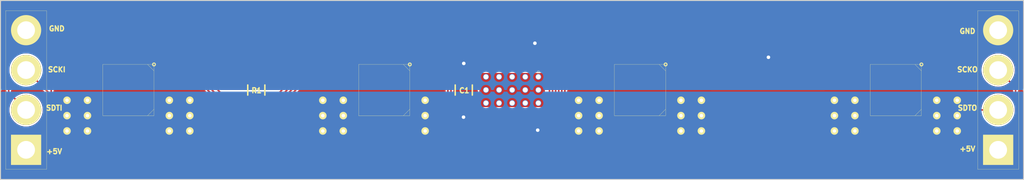
<source format=kicad_pcb>
(kicad_pcb (version 20221018) (generator pcbnew)
  (layers (0 "F.Cu" signal) (31 "B.Cu" signal) (34 "B.Paste" user) (35 "F.Paste" user) (36 "B.SilkS" user "B.Silkscreen") (37 "F.SilkS" user "F.Silkscreen") (38 "B.Mask" user) (39 "F.Mask" user) (44 "Edge.Cuts" user))
  (net 0 "")
  (net 1 "GND")
  (net 2 "+5V")
  (net 3 "G0")
  (net 4 "R0")
  (net 5 "B0")
  (net 6 "G1")
  (net 7 "R1")
  (net 8 "B1")
  (net 9 "G2")
  (net 10 "R2")
  (net 11 "B2")
  (net 12 "G3")
  (net 13 "R3")
  (net 14 "B3")
  (net 15 "Net-(R1-Pad1)")
  (net 16 "SDTI")
  (net 17 "SCKO")
  (net 18 "SDTO")
  (net 19 "SCKI")
  (footprint "Capacitors_SMD:C_0805_HandSoldering" (layer "F.Cu") (at 122.1994 92.71 -90)
    (fp_text reference "C1" (at 0.0508 -0.0508) (layer "F.SilkS") (effects (font (size 0.5 0.5) (thickness 0.125))))
    (fp_text value "C" hide)
    (fp_line (start -0.5 0.85) (end 0.5 0.85) (stroke (width 0.15)) (layer "F.SilkS"))
    (fp_line (start 0.5 -0.85) (end -0.5 -0.85) (stroke (width 0.15)) (layer "F.SilkS"))
    (pad "1" smd rect (at -1.25 0 270) (size 1.5 1.25) (layers "F.Cu" "F.Paste" "F.Mask") (net 1 "GND"))
    (pad "2" smd rect (at 1.25 0 270) (size 1.5 1.25) (layers "F.Cu" "F.Paste" "F.Mask") (net 2 "+5V"))
  )
  (footprint "Capacitors_SMD:C_0805_HandSoldering" (layer "F.Cu") (at 101.6 92.71 90)
    (fp_text reference "R1" (at -0.0508 0.0254 180) (layer "F.SilkS") (effects (font (size 0.5 0.5) (thickness 0.125))))
    (fp_text value "Resistor" hide)
    (fp_line (start -0.5 0.85) (end 0.5 0.85) (stroke (width 0.15)) (layer "F.SilkS"))
    (fp_line (start 0.5 -0.85) (end -0.5 -0.85) (stroke (width 0.15)) (layer "F.SilkS"))
    (pad "1" smd rect (at -1.25 0 90) (size 1.5 1.25) (layers "F.Cu" "F.Paste" "F.Mask") (net 15 "Net-(R1-Pad1)"))
    (pad "2" smd rect (at 1.25 0 90) (size 1.5 1.25) (layers "F.Cu" "F.Paste" "F.Mask") (net 1 "GND"))
  )
  (footprint "TLC59711" (layer "F.Cu") (at 127 92.71 -90)
    (fp_text reference "U1" hide)
    (fp_text value "TLC5971" hide)
    (fp_circle (center -1.7526 -2.6162) (end -1.6002 -2.6162) (stroke (width 0.02)) (fill none) (layer "F.SilkS"))
    (pad "" thru_hole circle (at -1.3081 -2.6035 270) (size 0.6 0.6) (drill 0.5) (layers "*.Cu"))
    (pad "" thru_hole circle (at -1.3081 -1.3035 270) (size 0.6 0.6) (drill 0.5) (layers "*.Cu"))
    (pad "" thru_hole circle (at -1.3081 -0.0035 270) (size 0.6 0.6) (drill 0.5) (layers "*.Cu"))
    (pad "" thru_hole circle (at -1.3081 1.2965 270) (size 0.6 0.6) (drill 0.5) (layers "*.Cu"))
    (pad "" thru_hole circle (at -1.3081 2.5965 270) (size 0.6 0.6) (drill 0.5) (layers "*.Cu"))
    (pad "" thru_hole circle (at -0.0081 -2.6035 270) (size 0.6 0.6) (drill 0.5) (layers "*.Cu"))
    (pad "" thru_hole circle (at -0.0081 -1.3035 270) (size 0.6 0.6) (drill 0.5) (layers "*.Cu"))
    (pad "" thru_hole circle (at -0.0081 -0.0035 270) (size 0.6 0.6) (drill 0.5) (layers "*.Cu"))
    (pad "" thru_hole circle (at -0.0081 1.2965 270) (size 0.6 0.6) (drill 0.5) (layers "*.Cu"))
    (pad "" thru_hole circle (at -0.0081 2.5965 270) (size 0.6 0.6) (drill 0.5) (layers "*.Cu"))
    (pad "" smd rect (at 0 0) (size 6.5 3.4) (layers "F.Cu" "F.Paste"))
    (pad "" thru_hole circle (at 1.2919 -2.6035 270) (size 0.6 0.6) (drill 0.5) (layers "*.Cu"))
    (pad "" thru_hole circle (at 1.2919 -1.3035 270) (size 0.6 0.6) (drill 0.5) (layers "*.Cu"))
    (pad "" thru_hole circle (at 1.2919 -0.0035 270) (size 0.6 0.6) (drill 0.5) (layers "*.Cu"))
    (pad "" thru_hole circle (at 1.2919 1.2965 270) (size 0.6 0.6) (drill 0.5) (layers "*.Cu"))
    (pad "" thru_hole circle (at 1.2919 2.5965 270) (size 0.6 0.6) (drill 0.5) (layers "*.Cu"))
    (pad "1" smd rect (at -2.8 -2.925 270) (size 1.6 0.3) (layers "F.Cu" "F.Paste" "F.Mask") (net 15 "Net-(R1-Pad1)"))
    (pad "2" smd rect (at -2.8 -2.275 270) (size 1.6 0.3) (layers "F.Cu" "F.Paste" "F.Mask") (net 1 "GND"))
    (pad "3" smd rect (at -2.8 -1.625 270) (size 1.6 0.3) (layers "F.Cu" "F.Paste" "F.Mask") (net 4 "R0"))
    (pad "4" smd rect (at -2.8 -0.975 270) (size 1.6 0.3) (layers "F.Cu" "F.Paste" "F.Mask") (net 3 "G0"))
    (pad "5" smd rect (at -2.8 -0.325 270) (size 1.6 0.3) (layers "F.Cu" "F.Paste" "F.Mask") (net 5 "B0"))
    (pad "6" smd rect (at -2.8 0.325 270) (size 1.6 0.3) (layers "F.Cu" "F.Paste" "F.Mask") (net 7 "R1"))
    (pad "7" smd rect (at -2.8 0.975 270) (size 1.6 0.3) (layers "F.Cu" "F.Paste" "F.Mask") (net 6 "G1"))
    (pad "8" smd rect (at -2.8 1.625 270) (size 1.6 0.3) (layers "F.Cu" "F.Paste" "F.Mask") (net 8 "B1"))
    (pad "9" smd rect (at -2.8 2.275 270) (size 1.6 0.3) (layers "F.Cu" "F.Paste" "F.Mask") (net 16 "SDTI"))
    (pad "10" smd rect (at -2.8 2.925 270) (size 1.6 0.3) (layers "F.Cu" "F.Paste" "F.Mask") (net 19 "SCKI"))
    (pad "11" smd rect (at 2.8 2.925 270) (size 1.6 0.3) (layers "F.Cu" "F.Paste" "F.Mask") (net 17 "SCKO"))
    (pad "12" smd rect (at 2.8 2.275 270) (size 1.6 0.3) (layers "F.Cu" "F.Paste" "F.Mask") (net 18 "SDTO"))
    (pad "13" smd rect (at 2.8 1.625 270) (size 1.6 0.3) (layers "F.Cu" "F.Paste" "F.Mask") (net 10 "R2"))
    (pad "14" smd rect (at 2.8 0.975 270) (size 1.6 0.3) (layers "F.Cu" "F.Paste" "F.Mask") (net 9 "G2"))
    (pad "15" smd rect (at 2.8 0.325 270) (size 1.6 0.3) (layers "F.Cu" "F.Paste" "F.Mask") (net 11 "B2"))
    (pad "16" smd rect (at 2.8 -0.325 270) (size 1.6 0.3) (layers "F.Cu" "F.Paste" "F.Mask") (net 13 "R3"))
    (pad "17" smd rect (at 2.8 -0.975 270) (size 1.6 0.3) (layers "F.Cu" "F.Paste" "F.Mask") (net 12 "G3"))
    (pad "18" smd rect (at 2.8 -1.625 270) (size 1.6 0.3) (layers "F.Cu" "F.Paste" "F.Mask") (net 14 "B3"))
    (pad "19" smd rect (at 2.8 -2.275 270) (size 1.6 0.3) (layers "F.Cu" "F.Paste" "F.Mask") (net 2 "+5V"))
    (pad "20" smd rect (at 2.8 -2.925 270) (size 1.6 0.3) (layers "F.Cu" "F.Paste" "F.Mask") (net 2 "+5V"))
  )
  (footprint "Zetaohm:AAAF5051-04" (layer "F.Cu") (at 88.9 92.71 90)
    (fp_text reference "D1" hide)
    (fp_text value "AAAF5051-04" hide)
    (fp_line (start -2.54 -2.54) (end 2.54 -2.54) (stroke (width 0.02)) (layer "F.SilkS"))
    (fp_line (start -2.54 2.54) (end -2.54 -2.54) (stroke (width 0.02)) (layer "F.SilkS"))
    (fp_line (start -2.54 2.54) (end 2.54 2.54) (stroke (width 0.02)) (layer "F.SilkS"))
    (fp_line (start -1.905 2.54) (end -2.54 1.905) (stroke (width 0.02)) (layer "F.SilkS"))
    (fp_line (start 1.905 2.54) (end 2.54 1.905) (stroke (width 0.02)) (layer "F.SilkS"))
    (fp_line (start 2.54 2.54) (end 2.54 -2.54) (stroke (width 0.02)) (layer "F.SilkS"))
    (fp_circle (center 2.54 2.54) (end 2.6416 2.6416) (stroke (width 0.1)) (fill none) (layer "F.SilkS"))
    (pad "1" smd rect (at 3.1012 1.5998 90) (size 2.2 1) (layers "F.Cu" "F.Paste" "F.Mask") (net 5 "B0"))
    (pad "2" smd rect (at 3.1012 -0.0002 90) (size 2.2 1) (layers "F.Cu" "F.Paste" "F.Mask") (net 4 "R0"))
    (pad "3" smd rect (at 3.1012 -1.6002 90) (size 2.2 1) (layers "F.Cu" "F.Paste" "F.Mask") (net 3 "G0"))
    (pad "4" smd rect (at -3.0988 -1.6002 90) (size 2.2 1) (layers "F.Cu" "F.Paste" "F.Mask") (net 2 "+5V"))
    (pad "4" smd rect (at -3.0988 -0.0002 90) (size 2.2 1) (layers "F.Cu" "F.Paste" "F.Mask") (net 2 "+5V"))
    (pad "4" smd rect (at -3.0988 1.5998 90) (size 2.2 1) (layers "F.Cu" "F.Paste" "F.Mask") (net 2 "+5V"))
    (pad "4" smd rect (at 0 -5.08 180) (size 4 10) (layers "F.Cu" "F.Paste") (net 2 "+5V") (clearance 0.508) (thermal_bridge_width 100))
    (pad "4" smd rect (at 0 0 90) (size 3 6.2) (layers "F.Cu" "F.Paste") (net 2 "+5V"))
    (pad "4" smd rect (at 0 5.08 180) (size 4 10) (layers "F.Cu" "F.Paste") (net 2 "+5V"))
  )
  (footprint "Zetaohm:AAAF5051-04" (layer "F.Cu") (at 114.3 92.71 90)
    (fp_text reference "D2" hide)
    (fp_text value "AAAF5051-04" hide)
    (fp_line (start -2.54 -2.54) (end 2.54 -2.54) (stroke (width 0.02)) (layer "F.SilkS"))
    (fp_line (start -2.54 2.54) (end -2.54 -2.54) (stroke (width 0.02)) (layer "F.SilkS"))
    (fp_line (start -2.54 2.54) (end 2.54 2.54) (stroke (width 0.02)) (layer "F.SilkS"))
    (fp_line (start -1.905 2.54) (end -2.54 1.905) (stroke (width 0.02)) (layer "F.SilkS"))
    (fp_line (start 1.905 2.54) (end 2.54 1.905) (stroke (width 0.02)) (layer "F.SilkS"))
    (fp_line (start 2.54 2.54) (end 2.54 -2.54) (stroke (width 0.02)) (layer "F.SilkS"))
    (fp_circle (center 2.54 2.54) (end 2.6416 2.6416) (stroke (width 0.1)) (fill none) (layer "F.SilkS"))
    (pad "1" smd rect (at 3.1012 1.5998 90) (size 2.2 1) (layers "F.Cu" "F.Paste" "F.Mask") (net 8 "B1"))
    (pad "2" smd rect (at 3.1012 -0.0002 90) (size 2.2 1) (layers "F.Cu" "F.Paste" "F.Mask") (net 7 "R1"))
    (pad "3" smd rect (at 3.1012 -1.6002 90) (size 2.2 1) (layers "F.Cu" "F.Paste" "F.Mask") (net 6 "G1"))
    (pad "4" smd rect (at -3.0988 -1.6002 90) (size 2.2 1) (layers "F.Cu" "F.Paste" "F.Mask") (net 2 "+5V"))
    (pad "4" smd rect (at -3.0988 -0.0002 90) (size 2.2 1) (layers "F.Cu" "F.Paste" "F.Mask") (net 2 "+5V"))
    (pad "4" smd rect (at -3.0988 1.5998 90) (size 2.2 1) (layers "F.Cu" "F.Paste" "F.Mask") (net 2 "+5V"))
    (pad "4" smd rect (at 0 -5.08 180) (size 4 10) (layers "F.Cu" "F.Paste") (net 2 "+5V") (clearance 0.508) (thermal_bridge_width 100))
    (pad "4" smd rect (at 0 0 90) (size 3 6.2) (layers "F.Cu" "F.Paste") (net 2 "+5V"))
    (pad "4" smd rect (at 0 4.58 180) (size 3 10) (layers "F.Cu" "F.Paste") (net 2 "+5V"))
  )
  (footprint "Zetaohm:AAAF5051-04" (layer "F.Cu") (at 139.7 92.71 90)
    (fp_text reference "D3" hide)
    (fp_text value "AAAF5051-04" hide)
    (fp_line (start -2.54 -2.54) (end 2.54 -2.54) (stroke (width 0.02)) (layer "F.SilkS"))
    (fp_line (start -2.54 2.54) (end -2.54 -2.54) (stroke (width 0.02)) (layer "F.SilkS"))
    (fp_line (start -2.54 2.54) (end 2.54 2.54) (stroke (width 0.02)) (layer "F.SilkS"))
    (fp_line (start -1.905 2.54) (end -2.54 1.905) (stroke (width 0.02)) (layer "F.SilkS"))
    (fp_line (start 1.905 2.54) (end 2.54 1.905) (stroke (width 0.02)) (layer "F.SilkS"))
    (fp_line (start 2.54 2.54) (end 2.54 -2.54) (stroke (width 0.02)) (layer "F.SilkS"))
    (fp_circle (center 2.54 2.54) (end 2.6416 2.6416) (stroke (width 0.1)) (fill none) (layer "F.SilkS"))
    (pad "1" smd rect (at 3.1012 1.5998 90) (size 2.2 1) (layers "F.Cu" "F.Paste" "F.Mask") (net 11 "B2"))
    (pad "2" smd rect (at 3.1012 -0.0002 90) (size 2.2 1) (layers "F.Cu" "F.Paste" "F.Mask") (net 10 "R2"))
    (pad "3" smd rect (at 3.1012 -1.6002 90) (size 2.2 1) (layers "F.Cu" "F.Paste" "F.Mask") (net 9 "G2"))
    (pad "4" smd rect (at -3.0988 -1.6002 90) (size 2.2 1) (layers "F.Cu" "F.Paste" "F.Mask") (net 2 "+5V"))
    (pad "4" smd rect (at -3.0988 -0.0002 90) (size 2.2 1) (layers "F.Cu" "F.Paste" "F.Mask") (net 2 "+5V"))
    (pad "4" smd rect (at -3.0988 1.5998 90) (size 2.2 1) (layers "F.Cu" "F.Paste" "F.Mask") (net 2 "+5V"))
    (pad "4" smd rect (at 0 -5.08 180) (size 4 10) (layers "F.Cu" "F.Paste") (net 2 "+5V") (clearance 0.508) (thermal_bridge_width 100))
    (pad "4" smd rect (at 0 0 90) (size 3 6.2) (layers "F.Cu" "F.Paste") (net 2 "+5V"))
    (pad "4" smd rect (at 0 5.08 180) (size 4 10) (layers "F.Cu" "F.Paste") (net 2 "+5V"))
  )
  (footprint "Zetaohm:AAAF5051-04" (layer "F.Cu") (at 165.1 92.71 90)
    (fp_text reference "D4" hide)
    (fp_text value "AAAF5051-04" hide)
    (fp_line (start -2.54 -2.54) (end 2.54 -2.54) (stroke (width 0.02)) (layer "F.SilkS"))
    (fp_line (start -2.54 2.54) (end -2.54 -2.54) (stroke (width 0.02)) (layer "F.SilkS"))
    (fp_line (start -2.54 2.54) (end 2.54 2.54) (stroke (width 0.02)) (layer "F.SilkS"))
    (fp_line (start -1.905 2.54) (end -2.54 1.905) (stroke (width 0.02)) (layer "F.SilkS"))
    (fp_line (start 1.905 2.54) (end 2.54 1.905) (stroke (width 0.02)) (layer "F.SilkS"))
    (fp_line (start 2.54 2.54) (end 2.54 -2.54) (stroke (width 0.02)) (layer "F.SilkS"))
    (fp_circle (center 2.54 2.54) (end 2.6416 2.6416) (stroke (width 0.1)) (fill none) (layer "F.SilkS"))
    (pad "1" smd rect (at 3.1012 1.5998 90) (size 2.2 1) (layers "F.Cu" "F.Paste" "F.Mask") (net 14 "B3"))
    (pad "2" smd rect (at 3.1012 -0.0002 90) (size 2.2 1) (layers "F.Cu" "F.Paste" "F.Mask") (net 13 "R3"))
    (pad "3" smd rect (at 3.1012 -1.6002 90) (size 2.2 1) (layers "F.Cu" "F.Paste" "F.Mask") (net 12 "G3"))
    (pad "4" smd rect (at -3.0988 -1.6002 90) (size 2.2 1) (layers "F.Cu" "F.Paste" "F.Mask") (net 2 "+5V"))
    (pad "4" smd rect (at -3.0988 -0.0002 90) (size 2.2 1) (layers "F.Cu" "F.Paste" "F.Mask") (net 2 "+5V"))
    (pad "4" smd rect (at -3.0988 1.5998 90) (size 2.2 1) (layers "F.Cu" "F.Paste" "F.Mask") (net 2 "+5V"))
    (pad "4" smd rect (at 0 -5.08 180) (size 4 10) (layers "F.Cu" "F.Paste") (net 2 "+5V") (clearance 0.508) (thermal_bridge_width 100))
    (pad "4" smd rect (at 0 0 90) (size 3 6.2) (layers "F.Cu" "F.Paste") (net 2 "+5V"))
    (pad "4" smd rect (at 0 5.08 180) (size 4 10) (layers "F.Cu" "F.Paste") (net 2 "+5V"))
  )
  (footprint "Zetaohm:KK396-4Pin" (layer "F.Cu") (at 78.74 92.71)
    (fp_text reference "P1" hide)
    (fp_text value "IN" hide)
    (fp_line (start -2.032 -7.874) (end 2.032 -7.874) (stroke (width 0.02)) (layer "F.SilkS"))
    (fp_line (start -2.032 7.874) (end -2.032 -7.874) (stroke (width 0.02)) (layer "F.SilkS"))
    (fp_line (start 2.032 -7.874) (end 2.032 7.874) (stroke (width 0.02)) (layer "F.SilkS"))
    (fp_line (start 2.032 7.874) (end -2.032 7.874) (stroke (width 0.02)) (layer "F.SilkS"))
    (pad "1" thru_hole circle (at 0 -5.9436) (size 3 3) (drill 1.762) (layers "*.Cu" "*.Mask" "F.SilkS") (net 1 "GND"))
    (pad "2" thru_hole circle (at 0 -1.9836) (size 3 3) (drill 1.762) (layers "*.Cu" "*.Mask" "F.SilkS") (net 19 "SCKI"))
    (pad "3" thru_hole circle (at 0 1.9764) (size 3 3) (drill 1.762) (layers "*.Cu" "*.Mask" "F.SilkS") (net 16 "SDTI"))
    (pad "4" thru_hole rect (at 0 5.9364) (size 3 3) (drill 1.762) (layers "*.Cu" "*.Mask" "F.SilkS") (net 2 "+5V"))
  )
  (footprint "Zetaohm:KK396-4Pin" (layer "F.Cu") (at 175.26 92.71)
    (fp_text reference "P2" hide)
    (fp_text value "OUT" hide)
    (fp_line (start -2.032 -7.874) (end 2.032 -7.874) (stroke (width 0.02)) (layer "F.SilkS"))
    (fp_line (start -2.032 7.874) (end -2.032 -7.874) (stroke (width 0.02)) (layer "F.SilkS"))
    (fp_line (start 2.032 -7.874) (end 2.032 7.874) (stroke (width 0.02)) (layer "F.SilkS"))
    (fp_line (start 2.032 7.874) (end -2.032 7.874) (stroke (width 0.02)) (layer "F.SilkS"))
    (pad "1" thru_hole circle (at 0 -5.9436) (size 3 3) (drill 1.762) (layers "*.Cu" "*.Mask" "F.SilkS") (net 1 "GND"))
    (pad "2" thru_hole circle (at 0 -1.9836) (size 3 3) (drill 1.762) (layers "*.Cu" "*.Mask" "F.SilkS") (net 17 "SCKO"))
    (pad "3" thru_hole circle (at 0 1.9764) (size 3 3) (drill 1.762) (layers "*.Cu" "*.Mask" "F.SilkS") (net 18 "SDTO"))
    (pad "4" thru_hole rect (at 0 5.9364) (size 3 3) (drill 1.762) (layers "*.Cu" "*.Mask" "F.SilkS") (net 2 "+5V"))
  )
  (footprint "Zetaohm:Via" (layer "F.Cu") (at 82.804 93.726)
    (fp_text reference "REF**" hide)
    (fp_text value "Via" hide)
    (pad "" thru_hole circle (at 0 0) (size 0.75 0.75) (drill 0.35) (layers "*.Cu" "*.Mask" "F.SilkS") (net 2 "+5V"))
  )
  (footprint "Zetaohm:Via" (layer "F.Cu") (at 84.836 93.726)
    (fp_text reference "REF**" hide)
    (fp_text value "Via" hide)
    (pad "" thru_hole circle (at 0 0) (size 0.75 0.75) (drill 0.35) (layers "*.Cu" "*.Mask" "F.SilkS") (net 2 "+5V"))
  )
  (footprint "Zetaohm:Via" (layer "F.Cu") (at 84.836 95.25)
    (fp_text reference "REF**" hide)
    (fp_text value "Via" hide)
    (pad "" thru_hole circle (at 0 0) (size 0.75 0.75) (drill 0.35) (layers "*.Cu" "*.Mask" "F.SilkS") (net 2 "+5V"))
  )
  (footprint "Zetaohm:Via" (layer "F.Cu") (at 82.804 95.25)
    (fp_text reference "REF**" hide)
    (fp_text value "Via" hide)
    (pad "" thru_hole circle (at 0 0) (size 0.75 0.75) (drill 0.35) (layers "*.Cu" "*.Mask" "F.SilkS") (net 2 "+5V"))
  )
  (footprint "Zetaohm:Via" (layer "F.Cu") (at 82.804 96.774)
    (fp_text reference "REF**" hide)
    (fp_text value "Via" hide)
    (pad "" thru_hole circle (at 0 0) (size 0.75 0.75) (drill 0.35) (layers "*.Cu" "*.Mask" "F.SilkS") (net 2 "+5V"))
  )
  (footprint "Zetaohm:Via" (layer "F.Cu") (at 84.836 96.774)
    (fp_text reference "REF**" hide)
    (fp_text value "Via" hide)
    (pad "" thru_hole circle (at 0 0) (size 0.75 0.75) (drill 0.35) (layers "*.Cu" "*.Mask" "F.SilkS") (net 2 "+5V"))
  )
  (footprint "Zetaohm:Via" (layer "F.Cu") (at 92.964 96.774)
    (fp_text reference "REF**" hide)
    (fp_text value "Via" hide)
    (pad "" thru_hole circle (at 0 0) (size 0.75 0.75) (drill 0.35) (layers "*.Cu" "*.Mask" "F.SilkS") (net 2 "+5V"))
  )
  (footprint "Zetaohm:Via" (layer "F.Cu") (at 92.964 93.726)
    (fp_text reference "REF**" hide)
    (fp_text value "Via" hide)
    (pad "" thru_hole circle (at 0 0) (size 0.75 0.75) (drill 0.35) (layers "*.Cu" "*.Mask" "F.SilkS") (net 2 "+5V"))
  )
  (footprint "Zetaohm:Via" (layer "F.Cu") (at 94.996 93.726)
    (fp_text reference "REF**" hide)
    (fp_text value "Via" hide)
    (pad "" thru_hole circle (at 0 0) (size 0.75 0.75) (drill 0.35) (layers "*.Cu" "*.Mask" "F.SilkS") (net 2 "+5V"))
  )
  (footprint "Zetaohm:Via" (layer "F.Cu") (at 94.996 95.25)
    (fp_text reference "REF**" hide)
    (fp_text value "Via" hide)
    (pad "" thru_hole circle (at 0 0) (size 0.75 0.75) (drill 0.35) (layers "*.Cu" "*.Mask" "F.SilkS") (net 2 "+5V"))
  )
  (footprint "Zetaohm:Via" (layer "F.Cu") (at 92.964 95.25)
    (fp_text reference "REF**" hide)
    (fp_text value "Via" hide)
    (pad "" thru_hole circle (at 0 0) (size 0.75 0.75) (drill 0.35) (layers "*.Cu" "*.Mask" "F.SilkS") (net 2 "+5V"))
  )
  (footprint "Zetaohm:Via" (layer "F.Cu") (at 94.996 96.774)
    (fp_text reference "REF**" hide)
    (fp_text value "Via" hide)
    (pad "" thru_hole circle (at 0 0) (size 0.75 0.75) (drill 0.35) (layers "*.Cu" "*.Mask" "F.SilkS") (net 2 "+5V"))
  )
  (footprint "Zetaohm:Via" (layer "F.Cu") (at 110.236 93.726)
    (fp_text reference "REF**" hide)
    (fp_text value "Via" hide)
    (pad "" thru_hole circle (at 0 0) (size 0.75 0.75) (drill 0.35) (layers "*.Cu" "*.Mask" "F.SilkS") (net 2 "+5V"))
  )
  (footprint "Zetaohm:Via" (layer "F.Cu") (at 110.236 95.25)
    (fp_text reference "REF**" hide)
    (fp_text value "Via" hide)
    (pad "" thru_hole circle (at 0 0) (size 0.75 0.75) (drill 0.35) (layers "*.Cu" "*.Mask" "F.SilkS") (net 2 "+5V"))
  )
  (footprint "Zetaohm:Via" (layer "F.Cu") (at 108.204 95.25)
    (fp_text reference "REF**" hide)
    (fp_text value "Via" hide)
    (pad "" thru_hole circle (at 0 0) (size 0.75 0.75) (drill 0.35) (layers "*.Cu" "*.Mask" "F.SilkS") (net 2 "+5V"))
  )
  (footprint "Zetaohm:Via" (layer "F.Cu") (at 108.204 93.726)
    (fp_text reference "REF**" hide)
    (fp_text value "Via" hide)
    (pad "" thru_hole circle (at 0 0) (size 0.75 0.75) (drill 0.35) (layers "*.Cu" "*.Mask" "F.SilkS") (net 2 "+5V"))
  )
  (footprint "Zetaohm:Via" (layer "F.Cu") (at 108.204 96.774)
    (fp_text reference "REF**" hide)
    (fp_text value "Via" hide)
    (pad "" thru_hole circle (at 0 0) (size 0.75 0.75) (drill 0.35) (layers "*.Cu" "*.Mask" "F.SilkS") (net 2 "+5V"))
  )
  (footprint "Zetaohm:Via" (layer "F.Cu") (at 110.236 96.774)
    (fp_text reference "REF**" hide)
    (fp_text value "Via" hide)
    (pad "" thru_hole circle (at 0 0) (size 0.75 0.75) (drill 0.35) (layers "*.Cu" "*.Mask" "F.SilkS") (net 2 "+5V"))
  )
  (footprint "Zetaohm:Via" (layer "F.Cu") (at 118.364 95.25)
    (fp_text reference "REF**" hide)
    (fp_text value "Via" hide)
    (pad "" thru_hole circle (at 0 0) (size 0.75 0.75) (drill 0.35) (layers "*.Cu" "*.Mask" "F.SilkS") (net 2 "+5V"))
  )
  (footprint "Zetaohm:Via" (layer "F.Cu") (at 118.364 93.726)
    (fp_text reference "REF**" hide)
    (fp_text value "Via" hide)
    (pad "" thru_hole circle (at 0 0) (size 0.75 0.75) (drill 0.35) (layers "*.Cu" "*.Mask" "F.SilkS") (net 2 "+5V"))
  )
  (footprint "Zetaohm:Via" (layer "F.Cu") (at 118.364 96.774)
    (fp_text reference "REF**" hide)
    (fp_text value "Via" hide)
    (pad "" thru_hole circle (at 0 0) (size 0.75 0.75) (drill 0.35) (layers "*.Cu" "*.Mask" "F.SilkS") (net 2 "+5V"))
  )
  (footprint "Zetaohm:Via" (layer "F.Cu") (at 135.636 93.726)
    (fp_text reference "REF**" hide)
    (fp_text value "Via" hide)
    (pad "" thru_hole circle (at 0 0) (size 0.75 0.75) (drill 0.35) (layers "*.Cu" "*.Mask" "F.SilkS") (net 2 "+5V"))
  )
  (footprint "Zetaohm:Via" (layer "F.Cu") (at 135.636 95.25)
    (fp_text reference "REF**" hide)
    (fp_text value "Via" hide)
    (pad "" thru_hole circle (at 0 0) (size 0.75 0.75) (drill 0.35) (layers "*.Cu" "*.Mask" "F.SilkS") (net 2 "+5V"))
  )
  (footprint "Zetaohm:Via" (layer "F.Cu") (at 133.604 95.25)
    (fp_text reference "REF**" hide)
    (fp_text value "Via" hide)
    (pad "" thru_hole circle (at 0 0) (size 0.75 0.75) (drill 0.35) (layers "*.Cu" "*.Mask" "F.SilkS") (net 2 "+5V"))
  )
  (footprint "Zetaohm:Via" (layer "F.Cu") (at 133.604 93.726)
    (fp_text reference "REF**" hide)
    (fp_text value "Via" hide)
    (pad "" thru_hole circle (at 0 0) (size 0.75 0.75) (drill 0.35) (layers "*.Cu" "*.Mask" "F.SilkS") (net 2 "+5V"))
  )
  (footprint "Zetaohm:Via" (layer "F.Cu") (at 133.604 96.774)
    (fp_text reference "REF**" hide)
    (fp_text value "Via" hide)
    (pad "" thru_hole circle (at 0 0) (size 0.75 0.75) (drill 0.35) (layers "*.Cu" "*.Mask" "F.SilkS") (net 2 "+5V"))
  )
  (footprint "Zetaohm:Via" (layer "F.Cu") (at 135.636 96.774)
    (fp_text reference "REF**" hide)
    (fp_text value "Via" hide)
    (pad "" thru_hole circle (at 0 0) (size 0.75 0.75) (drill 0.35) (layers "*.Cu" "*.Mask" "F.SilkS") (net 2 "+5V"))
  )
  (footprint "Zetaohm:Via" (layer "F.Cu") (at 145.796 93.726)
    (fp_text reference "REF**" hide)
    (fp_text value "Via" hide)
    (pad "" thru_hole circle (at 0 0) (size 0.75 0.75) (drill 0.35) (layers "*.Cu" "*.Mask" "F.SilkS") (net 2 "+5V"))
  )
  (footprint "Zetaohm:Via" (layer "F.Cu") (at 145.796 95.25)
    (fp_text reference "REF**" hide)
    (fp_text value "Via" hide)
    (pad "" thru_hole circle (at 0 0) (size 0.75 0.75) (drill 0.35) (layers "*.Cu" "*.Mask" "F.SilkS") (net 2 "+5V"))
  )
  (footprint "Zetaohm:Via" (layer "F.Cu") (at 143.764 95.25)
    (fp_text reference "REF**" hide)
    (fp_text value "Via" hide)
    (pad "" thru_hole circle (at 0 0) (size 0.75 0.75) (drill 0.35) (layers "*.Cu" "*.Mask" "F.SilkS") (net 2 "+5V"))
  )
  (footprint "Zetaohm:Via" (layer "F.Cu") (at 143.764 93.726)
    (fp_text reference "REF**" hide)
    (fp_text value "Via" hide)
    (pad "" thru_hole circle (at 0 0) (size 0.75 0.75) (drill 0.35) (layers "*.Cu" "*.Mask" "F.SilkS") (net 2 "+5V"))
  )
  (footprint "Zetaohm:Via" (layer "F.Cu") (at 143.764 96.774)
    (fp_text reference "REF**" hide)
    (fp_text value "Via" hide)
    (pad "" thru_hole circle (at 0 0) (size 0.75 0.75) (drill 0.35) (layers "*.Cu" "*.Mask" "F.SilkS") (net 2 "+5V"))
  )
  (footprint "Zetaohm:Via" (layer "F.Cu") (at 145.796 96.774)
    (fp_text reference "REF**" hide)
    (fp_text value "Via" hide)
    (pad "" thru_hole circle (at 0 0) (size 0.75 0.75) (drill 0.35) (layers "*.Cu" "*.Mask" "F.SilkS") (net 2 "+5V"))
  )
  (footprint "Zetaohm:Via" (layer "F.Cu") (at 161.036 93.726)
    (fp_text reference "REF**" hide)
    (fp_text value "Via" hide)
    (pad "" thru_hole circle (at 0 0) (size 0.75 0.75) (drill 0.35) (layers "*.Cu" "*.Mask" "F.SilkS") (net 2 "+5V"))
  )
  (footprint "Zetaohm:Via" (layer "F.Cu") (at 161.036 95.25)
    (fp_text reference "REF**" hide)
    (fp_text value "Via" hide)
    (pad "" thru_hole circle (at 0 0) (size 0.75 0.75) (drill 0.35) (layers "*.Cu" "*.Mask" "F.SilkS") (net 2 "+5V"))
  )
  (footprint "Zetaohm:Via" (layer "F.Cu") (at 159.004 95.25)
    (fp_text reference "REF**" hide)
    (fp_text value "Via" hide)
    (pad "" thru_hole circle (at 0 0) (size 0.75 0.75) (drill 0.35) (layers "*.Cu" "*.Mask" "F.SilkS") (net 2 "+5V"))
  )
  (footprint "Zetaohm:Via" (layer "F.Cu") (at 159.004 93.726)
    (fp_text reference "REF**" hide)
    (fp_text value "Via" hide)
    (pad "" thru_hole circle (at 0 0) (size 0.75 0.75) (drill 0.35) (layers "*.Cu" "*.Mask" "F.SilkS") (net 2 "+5V"))
  )
  (footprint "Zetaohm:Via" (layer "F.Cu") (at 159.004 96.774)
    (fp_text reference "REF**" hide)
    (fp_text value "Via" hide)
    (pad "" thru_hole circle (at 0 0) (size 0.75 0.75) (drill 0.35) (layers "*.Cu" "*.Mask" "F.SilkS") (net 2 "+5V"))
  )
  (footprint "Zetaohm:Via" (layer "F.Cu") (at 161.036 96.774)
    (fp_text reference "REF**" hide)
    (fp_text value "Via" hide)
    (pad "" thru_hole circle (at 0 0) (size 0.75 0.75) (drill 0.35) (layers "*.Cu" "*.Mask" "F.SilkS") (net 2 "+5V"))
  )
  (footprint "Zetaohm:Via" (layer "F.Cu") (at 171.196 93.726)
    (fp_text reference "REF**" hide)
    (fp_text value "Via" hide)
    (pad "" thru_hole circle (at 0 0) (size 0.75 0.75) (drill 0.35) (layers "*.Cu" "*.Mask" "F.SilkS") (net 2 "+5V"))
  )
  (footprint "Zetaohm:Via" (layer "F.Cu") (at 171.196 95.25)
    (fp_text reference "REF**" hide)
    (fp_text value "Via" hide)
    (pad "" thru_hole circle (at 0 0) (size 0.75 0.75) (drill 0.35) (layers "*.Cu" "*.Mask" "F.SilkS") (net 2 "+5V"))
  )
  (footprint "Zetaohm:Via" (layer "F.Cu") (at 169.164 95.25)
    (fp_text reference "REF**" hide)
    (fp_text value "Via" hide)
    (pad "" thru_hole circle (at 0 0) (size 0.75 0.75) (drill 0.35) (layers "*.Cu" "*.Mask" "F.SilkS") (net 2 "+5V"))
  )
  (footprint "Zetaohm:Via" (layer "F.Cu") (at 169.164 93.726)
    (fp_text reference "REF**" hide)
    (fp_text value "Via" hide)
    (pad "" thru_hole circle (at 0 0) (size 0.75 0.75) (drill 0.35) (layers "*.Cu" "*.Mask" "F.SilkS") (net 2 "+5V"))
  )
  (footprint "Zetaohm:Via" (layer "F.Cu") (at 169.164 96.774)
    (fp_text reference "REF**" hide)
    (fp_text value "Via" hide)
    (pad "" thru_hole circle (at 0 0) (size 0.75 0.75) (drill 0.35) (layers "*.Cu" "*.Mask" "F.SilkS") (net 2 "+5V"))
  )
  (footprint "Zetaohm:Via" (layer "F.Cu") (at 171.196 96.774)
    (fp_text reference "REF**" hide)
    (fp_text value "Via" hide)
    (pad "" thru_hole circle (at 0 0) (size 0.75 0.75) (drill 0.35) (layers "*.Cu" "*.Mask" "F.SilkS") (net 2 "+5V"))
  )
  (gr_line (start 76.2 101.6) (end 177.8 101.6) (stroke (width 0.1)) (layer "Edge.Cuts"))
  (gr_line (start 76.2 83.82) (end 76.2 101.6) (stroke (width 0.1)) (layer "Edge.Cuts"))
  (gr_line (start 177.8 83.82) (end 177.8 101.6) (stroke (width 0.1)) (layer "Edge.Cuts"))
  (gr_line (start 76.2 83.82) (end 177.8 83.82) (stroke (width 0.1)) (layer "Edge.Cuts"))
  (gr_text "SDTI" (at 81.534 94.488) (layer "F.SilkS") (effects (font (size 0.5 0.5) (thickness 0.125))))
  (gr_text "GND" (at 81.788 86.614) (layer "F.SilkS") (effects (font (size 0.5 0.5) (thickness 0.125))))
  (gr_text "+5V" (at 81.534 98.806) (layer "F.SilkS") (effects (font (size 0.5 0.5) (thickness 0.125))))
  (gr_text "GND" (at 172.212 86.868) (layer "F.SilkS") (effects (font (size 0.5 0.5) (thickness 0.125))))
  (gr_text "SCKO" (at 172.212 90.678) (layer "F.SilkS") (effects (font (size 0.5 0.5) (thickness 0.125))))
  (gr_text "SDTO" (at 172.212 94.488) (layer "F.SilkS") (effects (font (size 0.5 0.5) (thickness 0.125))))
  (gr_text "+5V" (at 172.212 98.552) (layer "F.SilkS") (effects (font (size 0.5 0.5) (thickness 0.125))))
  (gr_text "SCKI" (at 81.788 90.678) (layer "F.SilkS") (effects (font (size 0.5 0.5) (thickness 0.125))))
  (segment (start 104.7242 84.7344) (end 173.228 84.7344) (width 0.153) (layer "F.Cu") (net 1))
  (segment (start 173.228 84.7344) (end 175.26 86.7664) (width 0.153) (layer "F.Cu") (net 1))
  (segment (start 103.1748 88.9822) (end 103.1748 86.2838) (width 0.153) (layer "F.Cu") (net 1))
  (segment (start 129.275 88.0762) (end 129.2606 88.0618) (width 0.153) (layer "F.Cu") (net 1))
  (segment (start 122.1994 91.46) (end 122.1994 90.0684) (width 0.153) (layer "F.Cu") (net 1))
  (segment (start 101.6 90.557) (end 103.1748 88.9822) (width 0.153) (layer "F.Cu") (net 1))
  (segment (start 78.74 86.7664) (end 80.239999 85.266401) (width 0.153) (layer "F.Cu") (net 1))
  (segment (start 129.275 89.91) (end 129.275 88.0762) (width 0.153) (layer "F.Cu") (net 1))
  (segment (start 101.6 91.335) (end 101.6 91.46) (width 0.153) (layer "F.Cu") (net 1))
  (segment (start 103.1748 86.2838) (end 104.7242 84.7344) (width 0.153) (layer "F.Cu") (net 1))
  (segment (start 95.531401 85.266401) (end 101.6 91.335) (width 0.153) (layer "F.Cu") (net 1))
  (segment (start 80.239999 85.266401) (end 95.531401 85.266401) (width 0.153) (layer "F.Cu") (net 1))
  (segment (start 101.6 91.46) (end 101.6 90.557) (width 0.153) (layer "F.Cu") (net 1))
  (via (at 129.2606 88.0618) (size 0.5) (drill 0.35) (layers "F.Cu" "B.Cu") (net 1))
  (via (at 122.1994 90.0684) (size 0.5) (drill 0.35) (layers "F.Cu" "B.Cu") (net 1))
  (via (at 152.4508 89.4588) (size 0.5) (drill 0.35) (layers "F.Cu" "B.Cu") (net 1))
  (segment (start 122.449399 89.818401) (end 122.1994 90.0684) (width 0.153) (layer "B.Cu") (net 1))
  (segment (start 175.26 86.7664) (end 155.1432 86.7664) (width 0.153) (layer "B.Cu") (net 1))
  (segment (start 124.206 88.0618) (end 122.449399 89.818401) (width 0.153) (layer "B.Cu") (net 1))
  (segment (start 129.2606 88.0618) (end 124.206 88.0618) (width 0.153) (layer "B.Cu") (net 1))
  (segment (start 151.0538 88.0618) (end 152.4508 89.4588) (width 0.153) (layer "B.Cu") (net 1))
  (segment (start 155.1432 86.7664) (end 152.4508 89.4588) (width 0.153) (layer "B.Cu") (net 1))
  (segment (start 129.2606 88.0618) (end 151.0538 88.0618) (width 0.153) (layer "B.Cu") (net 1))
  (segment (start 129.62159 96.69241) (end 129.54 96.69241) (width 0.153) (layer "F.Cu") (net 2))
  (segment (start 129.275 96.463) (end 129.50441 96.69241) (width 0.153) (layer "F.Cu") (net 2))
  (segment (start 122.1994 95.377) (end 122.174 95.4024) (width 0.153) (layer "F.Cu") (net 2))
  (segment (start 129.925 95.51) (end 129.925 96.389) (width 0.153) (layer "F.Cu") (net 2))
  (segment (start 122.1994 93.96) (end 122.1994 95.377) (width 0.153) (layer "F.Cu") (net 2))
  (segment (start 129.275 95.51) (end 129.275 96.463) (width 0.153) (layer "F.Cu") (net 2))
  (segment (start 129.50441 96.69241) (end 129.54 96.69241) (width 0.153) (layer "F.Cu") (net 2))
  (segment (start 129.925 96.389) (end 129.62159 96.69241) (width 0.153) (layer "F.Cu") (net 2))
  (via (at 122.174 95.4024) (size 0.5) (drill 0.35) (layers "F.Cu" "B.Cu") (net 2))
  (via (at 129.54 96.69241) (size 0.5) (drill 0.35) (layers "F.Cu" "B.Cu") (net 2))
  (segment (start 129.54 96.69241) (end 123.46401 96.69241) (width 0.153) (layer "B.Cu") (net 2))
  (segment (start 123.46401 96.69241) (end 122.174 95.4024) (width 0.153) (layer "B.Cu") (net 2))
  (segment (start 106.27602 87.093217) (end 106.27602 91.514743) (width 0.153) (layer "F.Cu") (net 3))
  (segment (start 102.234753 95.55601) (end 100.052772 95.55601) (width 0.153) (layer "F.Cu") (net 3))
  (segment (start 96.312388 87.17401) (end 89.13459 87.17401) (width 0.153) (layer "F.Cu") (net 3))
  (segment (start 87.2998 89.0088) (end 87.2998 89.6088) (width 0.153) (layer "F.Cu") (net 3))
  (segment (start 106.27602 91.514743) (end 102.234753 95.55601) (width 0.153) (layer "F.Cu") (net 3))
  (segment (start 97.08001 87.941632) (end 96.312388 87.17401) (width 0.153) (layer "F.Cu") (net 3))
  (segment (start 107.159217 86.21002) (end 106.27602 87.093217) (width 0.153) (layer "F.Cu") (net 3))
  (segment (start 127.975 87.335) (end 126.85002 86.21002) (width 0.153) (layer "F.Cu") (net 3))
  (segment (start 89.13459 87.17401) (end 87.2998 89.0088) (width 0.153) (layer "F.Cu") (net 3))
  (segment (start 127.975 89.91) (end 127.975 87.335) (width 0.153) (layer "F.Cu") (net 3))
  (segment (start 97.08001 92.583248) (end 97.08001 87.941632) (width 0.153) (layer "F.Cu") (net 3))
  (segment (start 126.85002 86.21002) (end 107.159217 86.21002) (width 0.153) (layer "F.Cu") (net 3))
  (segment (start 100.052772 95.55601) (end 97.08001 92.583248) (width 0.153) (layer "F.Cu") (net 3))
  (segment (start 105.97001 86.966464) (end 105.97001 91.38799) (width 0.153) (layer "F.Cu") (net 4))
  (segment (start 102.108 95.25) (end 100.33 95.25) (width 0.153) (layer "F.Cu") (net 4))
  (segment (start 88.8998 90.2088) (end 88.8998 89.6088) (width 0.153) (layer "F.Cu") (net 4))
  (segment (start 88.170299 90.938301) (end 88.8998 90.2088) (width 0.153) (layer "F.Cu") (net 4))
  (segment (start 105.97001 91.38799) (end 102.108 95.25) (width 0.153) (layer "F.Cu") (net 4))
  (segment (start 96.439141 86.868) (end 87.884 86.868) (width 0.153) (layer "F.Cu") (net 4))
  (segment (start 86.404501 88.347499) (end 86.404501 90.722501) (width 0.153) (layer "F.Cu") (net 4))
  (segment (start 86.404501 90.722501) (end 86.620301 90.938301) (width 0.153) (layer "F.Cu") (net 4))
  (segment (start 128.625 89.91) (end 128.625 87.223) (width 0.153) (layer "F.Cu") (net 4))
  (segment (start 128.625 87.223) (end 127.30601 85.90401) (width 0.153) (layer "F.Cu") (net 4))
  (segment (start 86.620301 90.938301) (end 88.170299 90.938301) (width 0.153) (layer "F.Cu") (net 4))
  (segment (start 107.032464 85.90401) (end 105.97001 86.966464) (width 0.153) (layer "F.Cu") (net 4))
  (segment (start 97.38602 87.814879) (end 96.439141 86.868) (width 0.153) (layer "F.Cu") (net 4))
  (segment (start 127.30601 85.90401) (end 107.032464 85.90401) (width 0.153) (layer "F.Cu") (net 4))
  (segment (start 100.33 95.25) (end 97.38602 92.30602) (width 0.153) (layer "F.Cu") (net 4))
  (segment (start 97.38602 92.30602) (end 97.38602 87.814879) (width 0.153) (layer "F.Cu") (net 4))
  (segment (start 87.884 86.868) (end 86.404501 88.347499) (width 0.153) (layer "F.Cu") (net 4))
  (segment (start 127.325 87.447) (end 126.39403 86.51603) (width 0.153) (layer "F.Cu") (net 5))
  (segment (start 102.361506 95.86202) (end 99.926019 95.86202) (width 0.153) (layer "F.Cu") (net 5))
  (segment (start 90.4998 88.3558) (end 90.4998 89.6088) (width 0.153) (layer "F.Cu") (net 5))
  (segment (start 106.582029 87.219971) (end 106.582029 91.641497) (width 0.153) (layer "F.Cu") (net 5))
  (segment (start 96.774 88.068385) (end 96.185635 87.48002) (width 0.153) (layer "F.Cu") (net 5))
  (segment (start 107.28597 86.51603) (end 106.582029 87.219971) (width 0.153) (layer "F.Cu") (net 5))
  (segment (start 96.185635 87.48002) (end 91.37558 87.48002) (width 0.153) (layer "F.Cu") (net 5))
  (segment (start 126.39403 86.51603) (end 107.28597 86.51603) (width 0.153) (layer "F.Cu") (net 5))
  (segment (start 99.926019 95.86202) (end 96.774 92.710001) (width 0.153) (layer "F.Cu") (net 5))
  (segment (start 96.774 92.710001) (end 96.774 88.068385) (width 0.153) (layer "F.Cu") (net 5))
  (segment (start 91.37558 87.48002) (end 90.4998 88.3558) (width 0.153) (layer "F.Cu") (net 5))
  (segment (start 127.325 89.91) (end 127.325 87.447) (width 0.153) (layer "F.Cu") (net 5))
  (segment (start 106.582029 91.641497) (end 102.361506 95.86202) (width 0.153) (layer "F.Cu") (net 5))
  (segment (start 112.6998 90.2088) (end 112.6998 89.6088) (width 0.153) (layer "F.Cu") (net 6))
  (segment (start 113.429301 90.938301) (end 112.6998 90.2088) (width 0.153) (layer "F.Cu") (net 6))
  (segment (start 126.025 89.91) (end 126.025 87.671) (width 0.153) (layer "F.Cu") (net 6))
  (segment (start 114.983401 90.938301) (end 113.429301 90.938301) (width 0.153) (layer "F.Cu") (net 6))
  (segment (start 126.025 87.671) (end 125.48205 87.12805) (width 0.153) (layer "F.Cu") (net 6))
  (segment (start 115.170299 88.325199) (end 115.170299 90.751403) (width 0.153) (layer "F.Cu") (net 6))
  (segment (start 125.48205 87.12805) (end 116.367448 87.12805) (width 0.153) (layer "F.Cu") (net 6))
  (segment (start 116.367448 87.12805) (end 115.170299 88.325199) (width 0.153) (layer "F.Cu") (net 6))
  (segment (start 115.170299 90.751403) (end 114.983401 90.938301) (width 0.153) (layer "F.Cu") (net 6))
  (segment (start 115.83356 86.82204) (end 125.93804 86.82204) (width 0.153) (layer "F.Cu") (net 7))
  (segment (start 114.2998 89.6088) (end 114.2998 88.3558) (width 0.153) (layer "F.Cu") (net 7))
  (segment (start 114.2998 88.3558) (end 115.83356 86.82204) (width 0.153) (layer "F.Cu") (net 7))
  (segment (start 125.93804 86.82204) (end 126.675 87.559) (width 0.153) (layer "F.Cu") (net 7))
  (segment (start 126.675 87.559) (end 126.675 89.91) (width 0.153) (layer "F.Cu") (net 7))
  (segment (start 125.02606 87.43406) (end 125.375 87.783) (width 0.153) (layer "F.Cu") (net 8))
  (segment (start 115.8998 88.3558) (end 116.82154 87.43406) (width 0.153) (layer "F.Cu") (net 8))
  (segment (start 115.8998 89.6088) (end 115.8998 88.3558) (width 0.153) (layer "F.Cu") (net 8))
  (segment (start 116.82154 87.43406) (end 125.02606 87.43406) (width 0.153) (layer "F.Cu") (net 8))
  (segment (start 125.375 87.783) (end 125.375 89.91) (width 0.153) (layer "F.Cu") (net 8))
  (segment (start 131.93244 87.273407) (end 131.93244 97.128612) (width 0.153) (layer "F.Cu") (net 9))
  (segment (start 131.93244 97.128612) (end 130.504212 98.55684) (width 0.153) (layer "F.Cu") (net 9))
  (segment (start 126.025 96.583513) (end 126.025 95.51) (width 0.153) (layer "F.Cu") (net 9))
  (segment (start 130.504212 98.55684) (end 127.998324 98.55684) (width 0.153) (layer "F.Cu") (net 9))
  (segment (start 138.0998 87.704935) (end 137.210857 86.815992) (width 0.153) (layer "F.Cu") (net 9))
  (segment (start 138.0998 89.6088) (end 138.0998 87.704935) (width 0.153) (layer "F.Cu") (net 9))
  (segment (start 127.819067 98.377582) (end 126.025 96.583513) (width 0.153) (layer "F.Cu") (net 9))
  (segment (start 132.389855 86.815992) (end 131.93244 87.273407) (width 0.153) (layer "F.Cu") (net 9))
  (segment (start 127.998324 98.55684) (end 127.819067 98.377582) (width 0.153) (layer "F.Cu") (net 9))
  (segment (start 137.210857 86.815992) (end 132.389855 86.815992) (width 0.153) (layer "F.Cu") (net 9))
  (segment (start 139.6998 89.6088) (end 139.6998 90.4238) (width 0.153) (layer "F.Cu") (net 10))
  (segment (start 138.789702 90.932) (end 138.783401 90.938301) (width 0.153) (layer "F.Cu") (net 10))
  (segment (start 137.204501 90.722501) (end 137.204501 87.242399) (width 0.153) (layer "F.Cu") (net 10))
  (segment (start 125.375 95.51) (end 125.375 96.366276) (width 0.153) (layer "F.Cu") (net 10))
  (segment (start 138.783401 90.938301) (end 137.420301 90.938301) (width 0.153) (layer "F.Cu") (net 10))
  (segment (start 132.23845 87.40016) (end 132.513111 87.125499) (width 0.153) (layer "F.Cu") (net 10))
  (segment (start 139.6998 90.8618) (end 139.6296 90.932) (width 0.153) (layer "F.Cu") (net 10))
  (segment (start 137.420301 90.938301) (end 137.204501 90.722501) (width 0.153) (layer "F.Cu") (net 10))
  (segment (start 137.204501 87.242399) (end 137.087601 87.125499) (width 0.153) (layer "F.Cu") (net 10))
  (segment (start 130.630965 98.86285) (end 132.23845 97.255365) (width 0.153) (layer "F.Cu") (net 10))
  (segment (start 127.871574 98.86285) (end 130.630965 98.86285) (width 0.153) (layer "F.Cu") (net 10))
  (segment (start 139.6296 90.932) (end 138.789702 90.932) (width 0.153) (layer "F.Cu") (net 10))
  (segment (start 132.513111 87.125499) (end 137.087601 87.125499) (width 0.153) (layer "F.Cu") (net 10))
  (segment (start 125.375 96.366276) (end 127.871574 98.86285) (width 0.153) (layer "F.Cu") (net 10))
  (segment (start 139.6998 89.6088) (end 139.6998 90.8618) (width 0.153) (layer "F.Cu") (net 10))
  (segment (start 132.23845 97.255365) (end 132.23845 87.40016) (width 0.153) (layer "F.Cu") (net 10))
  (segment (start 137.33761 86.509982) (end 132.263102 86.509982) (width 0.153) (layer "F.Cu") (net 11))
  (segment (start 130.377459 98.25083) (end 128.125077 98.25083) (width 0.153) (layer "F.Cu") (net 11))
  (segment (start 137.597658 86.77003) (end 137.33761 86.509982) (width 0.153) (layer "F.Cu") (net 11))
  (segment (start 126.675 96.800751) (end 126.675 95.51) (width 0.153) (layer "F.Cu") (net 11))
  (segment (start 131.62643 87.146654) (end 131.62643 97.001859) (width 0.153) (layer "F.Cu") (net 11))
  (segment (start 139.06103 86.77003) (end 137.597658 86.77003) (width 0.153) (layer "F.Cu") (net 11))
  (segment (start 131.62643 97.001859) (end 130.377459 98.25083) (width 0.153) (layer "F.Cu") (net 11))
  (segment (start 128.125077 98.25083) (end 126.675 96.800751) (width 0.153) (layer "F.Cu") (net 11))
  (segment (start 141.2998 89.6088) (end 141.2998 89.0088) (width 0.153) (layer "F.Cu") (net 11))
  (segment (start 132.263102 86.509982) (end 131.62643 87.146654) (width 0.153) (layer "F.Cu") (net 11))
  (segment (start 141.2998 89.0088) (end 139.06103 86.77003) (width 0.153) (layer "F.Cu") (net 11))
  (segment (start 130.123953 97.63881) (end 128.829047 97.63881) (width 0.153) (layer "F.Cu") (net 12))
  (segment (start 131.01441 96.748353) (end 130.123953 97.63881) (width 0.153) (layer "F.Cu") (net 12))
  (segment (start 163.4998 89.6088) (end 163.4998 87.0458) (width 0.153) (layer "F.Cu") (net 12))
  (segment (start 137.851164 86.15801) (end 137.591116 85.897962) (width 0.153) (layer "F.Cu") (net 12))
  (segment (start 163.4998 87.0458) (end 162.61201 86.15801) (width 0.153) (layer "F.Cu") (net 12))
  (segment (start 162.61201 86.15801) (end 137.851164 86.15801) (width 0.153) (layer "F.Cu") (net 12))
  (segment (start 128.829047 97.63881) (end 127.975 96.784763) (width 0.153) (layer "F.Cu") (net 12))
  (segment (start 137.591116 85.897962) (end 132.009596 85.897962) (width 0.153) (layer "F.Cu") (net 12))
  (segment (start 132.009596 85.897962) (end 131.01441 86.893148) (width 0.153) (layer "F.Cu") (net 12))
  (segment (start 131.01441 86.893148) (end 131.01441 96.748353) (width 0.153) (layer "F.Cu") (net 12))
  (segment (start 127.975 96.784763) (end 127.975 95.51) (width 0.153) (layer "F.Cu") (net 12))
  (segment (start 137.724411 86.46402) (end 137.464363 86.203972) (width 0.153) (layer "F.Cu") (net 13))
  (segment (start 130.250706 97.94482) (end 128.25183 97.94482) (width 0.153) (layer "F.Cu") (net 13))
  (segment (start 132.136349 86.203972) (end 131.32042 87.019901) (width 0.153) (layer "F.Cu") (net 13))
  (segment (start 164.370299 90.938301) (end 162.820301 90.938301) (width 0.153) (layer "F.Cu") (net 13))
  (segment (start 165.0998 90.2088) (end 164.370299 90.938301) (width 0.153) (layer "F.Cu") (net 13))
  (segment (start 128.25183 97.94482) (end 127.325 97.017989) (width 0.153) (layer "F.Cu") (net 13))
  (segment (start 162.604501 87.166501) (end 161.90202 86.46402) (width 0.153) (layer "F.Cu") (net 13))
  (segment (start 131.32042 87.019901) (end 131.32042 96.875106) (width 0.153) (layer "F.Cu") (net 13))
  (segment (start 165.0998 89.6088) (end 165.0998 90.2088) (width 0.153) (layer "F.Cu") (net 13))
  (segment (start 162.604501 90.722501) (end 162.604501 87.166501) (width 0.153) (layer "F.Cu") (net 13))
  (segment (start 131.32042 96.875106) (end 130.250706 97.94482) (width 0.153) (layer "F.Cu") (net 13))
  (segment (start 137.464363 86.203972) (end 132.136349 86.203972) (width 0.153) (layer "F.Cu") (net 13))
  (segment (start 162.820301 90.938301) (end 162.604501 90.722501) (width 0.153) (layer "F.Cu") (net 13))
  (segment (start 127.325 97.017989) (end 127.325 95.51) (width 0.153) (layer "F.Cu") (net 13))
  (segment (start 161.90202 86.46402) (end 137.724411 86.46402) (width 0.153) (layer "F.Cu") (net 13))
  (segment (start 130.7084 96.6216) (end 129.9972 97.3328) (width 0.153) (layer "F.Cu") (net 14))
  (segment (start 132.360677 85.591952) (end 132.011176 85.591902) (width 0.153) (layer "F.Cu") (net 14))
  (segment (start 166.6998 89.0088) (end 163.543 85.852) (width 0.153) (layer "F.Cu") (net 14))
  (segment (start 129.9972 97.3328) (end 128.9558 97.3328) (width 0.153) (layer "F.Cu") (net 14))
  (segment (start 131.882893 85.591902) (end 130.7084 86.766395) (width 0.153) (layer "F.Cu") (net 14))
  (segment (start 128.9558 97.3328) (end 128.625 97.002) (width 0.153) (layer "F.Cu") (net 14))
  (segment (start 166.6998 89.6088) (end 166.6998 89.0088) (width 0.153) (layer "F.Cu") (net 14))
  (segment (start 137.717869 85.591952) (end 132.360677 85.591952) (width 0.153) (layer "F.Cu") (net 14))
  (segment (start 163.543 85.852) (end 137.977917 85.852) (width 0.153) (layer "F.Cu") (net 14))
  (segment (start 137.977917 85.852) (end 137.717869 85.591952) (width 0.153) (layer "F.Cu") (net 14))
  (segment (start 132.011176 85.591902) (end 131.882893 85.591902) (width 0.153) (layer "F.Cu") (net 14))
  (segment (start 128.625 97.002) (end 128.625 95.51) (width 0.153) (layer "F.Cu") (net 14))
  (segment (start 130.7084 86.766395) (end 130.7084 96.6216) (width 0.153) (layer "F.Cu") (net 14))
  (segment (start 106.905711 85.598) (end 105.664 86.839711) (width 0.153) (layer "F.Cu") (net 15))
  (segment (start 102.89 93.96) (end 101.6 93.96) (width 0.153) (layer "F.Cu") (net 15))
  (segment (start 127.762 85.598) (end 106.905711 85.598) (width 0.153) (layer "F.Cu") (net 15))
  (segment (start 129.925 87.761) (end 127.762 85.598) (width 0.153) (layer "F.Cu") (net 15))
  (segment (start 129.925 89.91) (end 129.925 87.761) (width 0.153) (layer "F.Cu") (net 15))
  (segment (start 105.664 86.839711) (end 105.664 91.186) (width 0.153) (layer "F.Cu") (net 15))
  (segment (start 105.664 91.186) (end 102.89 93.96) (width 0.153) (layer "F.Cu") (net 15))
  (segment (start 124.725 89.26) (end 124.725 89.91) (width 0.153) (layer "F.Cu") (net 16))
  (segment (start 78.74 94.6864) (end 77.010499 92.956899) (width 0.153) (layer "F.Cu") (net 16))
  (segment (start 120.62339 97.841048) (end 120.62339 90.221047) (width 0.153) (layer "F.Cu") (net 16))
  (segment (start 81.788 98.552) (end 119.912438 98.552) (width 0.153) (layer "F.Cu") (net 16))
  (segment (start 81.235499 97.999499) (end 81.788 98.552) (width 0.153) (layer "F.Cu") (net 16))
  (segment (start 119.912438 98.552) (end 120.62339 97.841048) (width 0.153) (layer "F.Cu") (net 16))
  (segment (start 77.909839 88.996899) (end 79.570161 88.996899) (width 0.153) (layer "F.Cu") (net 16))
  (segment (start 79.570161 88.996899) (end 81.235499 90.662237) (width 0.153) (layer "F.Cu") (net 16))
  (segment (start 121.963938 88.880499) (end 124.345499 88.880499) (width 0.153) (layer "F.Cu") (net 16))
  (segment (start 120.62339 90.221047) (end 121.963938 88.880499) (width 0.153) (layer "F.Cu") (net 16))
  (segment (start 124.345499 88.880499) (end 124.725 89.26) (width 0.153) (layer "F.Cu") (net 16))
  (segment (start 77.010499 92.956899) (end 77.010499 89.896239) (width 0.153) (layer "F.Cu") (net 16))
  (segment (start 77.010499 89.896239) (end 77.909839 88.996899) (width 0.153) (layer "F.Cu") (net 16))
  (segment (start 81.235499 90.662237) (end 81.235499 97.999499) (width 0.153) (layer "F.Cu") (net 16))
  (segment (start 130.884471 99.47487) (end 127.56727 99.47487) (width 0.153) (layer "F.Cu") (net 17))
  (segment (start 175.26 90.7264) (end 176.989501 92.455901) (width 0.153) (layer "F.Cu") (net 17))
  (segment (start 124.816 96.901) (end 124.075 96.16) (width 0.153) (layer "F.Cu") (net 17))
  (segment (start 176.989501 95.516561) (end 175.986062 96.52) (width 0.153) (layer "F.Cu") (net 17))
  (segment (start 176.989501 92.455901) (end 176.989501 95.516561) (width 0.153) (layer "F.Cu") (net 17))
  (segment (start 173.736 96.52) (end 172.72 97.536) (width 0.153) (layer "F.Cu") (net 17))
  (segment (start 127.56727 99.47487) (end 124.9934 96.901) (width 0.153) (layer "F.Cu") (net 17))
  (segment (start 124.075 96.16) (end 124.075 95.51) (width 0.153) (layer "F.Cu") (net 17))
  (segment (start 124.9934 96.901) (end 124.816 96.901) (width 0.153) (layer "F.Cu") (net 17))
  (segment (start 171.39799 99.36601) (end 130.993331 99.36601) (width 0.153) (layer "F.Cu") (net 17))
  (segment (start 175.986062 96.52) (end 173.736 96.52) (width 0.153) (layer "F.Cu") (net 17))
  (segment (start 172.72 98.044) (end 171.39799 99.36601) (width 0.153) (layer "F.Cu") (net 17))
  (segment (start 130.993331 99.36601) (end 130.884471 99.47487) (width 0.153) (layer "F.Cu") (net 17))
  (segment (start 172.72 97.536) (end 172.72 98.044) (width 0.153) (layer "F.Cu") (net 17))
  (segment (start 130.757718 99.16886) (end 130.866578 99.06) (width 0.153) (layer "F.Cu") (net 18))
  (segment (start 130.866578 99.06) (end 171.243102 99.06) (width 0.153) (layer "F.Cu") (net 18))
  (segment (start 171.243102 99.06) (end 172.41399 97.889112) (width 0.153) (layer "F.Cu") (net 18))
  (segment (start 124.725 95.51) (end 124.725 96.149038) (width 0.153) (layer "F.Cu") (net 18))
  (segment (start 172.41399 97.889112) (end 172.41399 95.41109) (width 0.153) (layer "F.Cu") (net 18))
  (segment (start 172.41399 95.41109) (end 173.13868 94.6864) (width 0.153) (layer "F.Cu") (net 18))
  (segment (start 124.725 96.149038) (end 127.744822 99.16886) (width 0.153) (layer "F.Cu") (net 18))
  (segment (start 173.13868 94.6864) (end 175.26 94.6864) (width 0.153) (layer "F.Cu") (net 18))
  (segment (start 127.744822 99.16886) (end 130.757718 99.16886) (width 0.153) (layer "F.Cu") (net 18))
  (segment (start 80.929489 92.915889) (end 80.239999 92.226399) (width 0.153) (layer "F.Cu") (net 19))
  (segment (start 120.9294 90.3478) (end 120.9294 97.9678) (width 0.153) (layer "F.Cu") (net 19))
  (segment (start 120.03919 98.85801) (end 81.58601 98.85801) (width 0.153) (layer "F.Cu") (net 19))
  (segment (start 81.58601 98.85801) (end 80.929489 98.201489) (width 0.153) (layer "F.Cu") (net 19))
  (segment (start 123.450899 89.588899) (end 121.688301 89.588899) (width 0.153) (layer "F.Cu") (net 19))
  (segment (start 123.772 89.91) (end 123.450899 89.588899) (width 0.153) (layer "F.Cu") (net 19))
  (segment (start 80.239999 92.226399) (end 78.74 90.7264) (width 0.153) (layer "F.Cu") (net 19))
  (segment (start 121.688301 89.588899) (end 120.9294 90.3478) (width 0.153) (layer "F.Cu") (net 19))
  (segment (start 124.075 89.91) (end 123.772 89.91) (width 0.153) (layer "F.Cu") (net 19))
  (segment (start 80.929489 98.201489) (end 80.929489 92.915889) (width 0.153) (layer "F.Cu") (net 19))
  (segment (start 120.9294 97.9678) (end 120.03919 98.85801) (width 0.153) (layer "F.Cu") (net 19))
  (zone (net 2) (net_name "+5V") (layer "F.Cu") (priority 2) (connect_pads yes (clearance 0.153)) (min_thickness 0.153) (fill yes (thermal_gap 0.508) (thermal_bridge_width 0.508) (smoothing fillet))
    (polygon (pts (xy 76.2 92.71) (xy 177.8 92.71) (xy 177.8 101.6) (xy 76.2 101.6)))
  )
  (zone (net 1) (net_name "GND") (layer "F.Cu") (connect_pads yes (clearance 0.153)) (min_thickness 0.153) (fill yes (thermal_gap 0.508) (thermal_bridge_width 0.508) (smoothing fillet))
    (polygon (pts (xy 76.2 92.71) (xy 76.2 83.82) (xy 177.8 83.82) (xy 177.8 92.71)))
  )
  (zone (net 2) (net_name "+5V") (layer "B.Cu") (connect_pads yes (clearance 0.153)) (min_thickness 0.153) (fill yes (thermal_gap 0.508) (thermal_bridge_width 0.508) (smoothing fillet))
    (polygon (pts (xy 76.2 92.71) (xy 76.2 101.6) (xy 177.8 101.6) (xy 177.8 92.71)))
  )
  (zone (net 1) (net_name "GND") (layer "B.Cu") (priority 1) (connect_pads yes (clearance 0.153)) (min_thickness 0.153) (fill yes (thermal_gap 0.508) (thermal_bridge_width 0.508) (smoothing fillet))
    (polygon (pts (xy 76.2 83.82) (xy 177.8 83.82) (xy 177.8 92.71) (xy 76.2 92.71)))
  )
)
</source>
